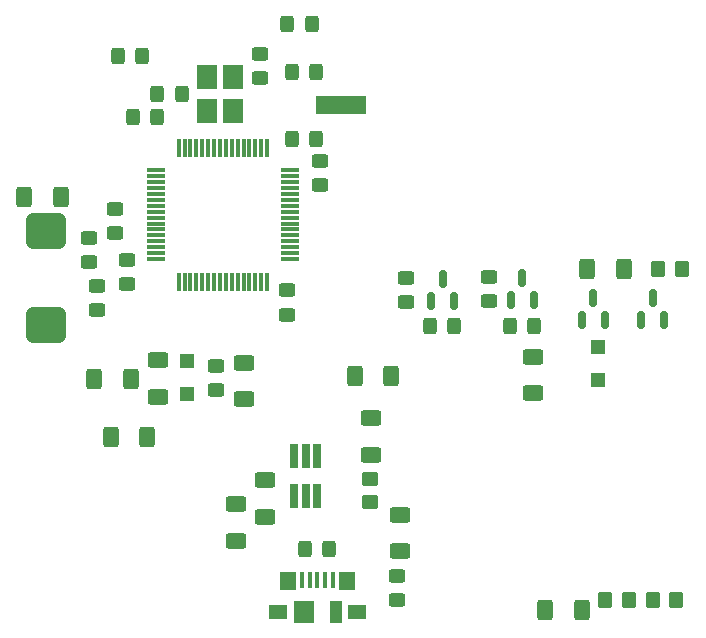
<source format=gbr>
%TF.GenerationSoftware,KiCad,Pcbnew,(6.0.7)*%
%TF.CreationDate,2023-01-25T23:34:06+01:00*%
%TF.ProjectId,TFT_RF_1.0,5446545f-5246-45f3-912e-302e6b696361,rev?*%
%TF.SameCoordinates,Original*%
%TF.FileFunction,Paste,Top*%
%TF.FilePolarity,Positive*%
%FSLAX46Y46*%
G04 Gerber Fmt 4.6, Leading zero omitted, Abs format (unit mm)*
G04 Created by KiCad (PCBNEW (6.0.7)) date 2023-01-25 23:34:06*
%MOMM*%
%LPD*%
G01*
G04 APERTURE LIST*
G04 Aperture macros list*
%AMRoundRect*
0 Rectangle with rounded corners*
0 $1 Rounding radius*
0 $2 $3 $4 $5 $6 $7 $8 $9 X,Y pos of 4 corners*
0 Add a 4 corners polygon primitive as box body*
4,1,4,$2,$3,$4,$5,$6,$7,$8,$9,$2,$3,0*
0 Add four circle primitives for the rounded corners*
1,1,$1+$1,$2,$3*
1,1,$1+$1,$4,$5*
1,1,$1+$1,$6,$7*
1,1,$1+$1,$8,$9*
0 Add four rect primitives between the rounded corners*
20,1,$1+$1,$2,$3,$4,$5,0*
20,1,$1+$1,$4,$5,$6,$7,0*
20,1,$1+$1,$6,$7,$8,$9,0*
20,1,$1+$1,$8,$9,$2,$3,0*%
G04 Aperture macros list end*
%ADD10RoundRect,0.250000X-0.325000X-0.450000X0.325000X-0.450000X0.325000X0.450000X-0.325000X0.450000X0*%
%ADD11RoundRect,0.250000X-0.450000X0.325000X-0.450000X-0.325000X0.450000X-0.325000X0.450000X0.325000X0*%
%ADD12R,1.200000X1.200000*%
%ADD13RoundRect,0.250000X-0.350000X-0.450000X0.350000X-0.450000X0.350000X0.450000X-0.350000X0.450000X0*%
%ADD14RoundRect,0.250000X-0.625000X0.400000X-0.625000X-0.400000X0.625000X-0.400000X0.625000X0.400000X0*%
%ADD15RoundRect,0.250000X0.450000X-0.325000X0.450000X0.325000X-0.450000X0.325000X-0.450000X-0.325000X0*%
%ADD16RoundRect,0.250000X0.450000X-0.350000X0.450000X0.350000X-0.450000X0.350000X-0.450000X-0.350000X0*%
%ADD17RoundRect,0.150000X0.150000X-0.587500X0.150000X0.587500X-0.150000X0.587500X-0.150000X-0.587500X0*%
%ADD18RoundRect,0.250000X0.325000X0.450000X-0.325000X0.450000X-0.325000X-0.450000X0.325000X-0.450000X0*%
%ADD19RoundRect,0.250000X0.625000X-0.400000X0.625000X0.400000X-0.625000X0.400000X-0.625000X-0.400000X0*%
%ADD20RoundRect,0.250000X0.400000X0.625000X-0.400000X0.625000X-0.400000X-0.625000X0.400000X-0.625000X0*%
%ADD21RoundRect,0.075000X-0.075000X0.700000X-0.075000X-0.700000X0.075000X-0.700000X0.075000X0.700000X0*%
%ADD22RoundRect,0.075000X-0.700000X0.075000X-0.700000X-0.075000X0.700000X-0.075000X0.700000X0.075000X0*%
%ADD23RoundRect,0.250000X-0.400000X-0.625000X0.400000X-0.625000X0.400000X0.625000X-0.400000X0.625000X0*%
%ADD24R,1.800000X2.100000*%
%ADD25R,0.650000X2.000000*%
%ADD26RoundRect,0.491802X1.183198X-1.008198X1.183198X1.008198X-1.183198X1.008198X-1.183198X-1.008198X0*%
%ADD27R,4.300000X1.500000*%
%ADD28R,0.450000X1.380000*%
%ADD29R,1.000000X1.900000*%
%ADD30R,1.425000X1.550000*%
%ADD31R,1.650000X1.300000*%
%ADD32R,1.800000X1.900000*%
%ADD33RoundRect,0.250000X0.350000X0.450000X-0.350000X0.450000X-0.350000X-0.450000X0.350000X-0.450000X0*%
G04 APERTURE END LIST*
D10*
%TO.C,C16*%
X43825000Y-12950000D03*
X45875000Y-12950000D03*
%TD*%
%TO.C,C15*%
X43825000Y-18550000D03*
X45875000Y-18550000D03*
%TD*%
D11*
%TO.C,C11*%
X26675000Y-26975000D03*
X26675000Y-29025000D03*
%TD*%
D12*
%TO.C,D4*%
X69750000Y-36225000D03*
X69750000Y-39025000D03*
%TD*%
D13*
%TO.C,D6*%
X74375000Y-57625000D03*
X76375000Y-57625000D03*
%TD*%
D11*
%TO.C,C6*%
X37375000Y-37825000D03*
X37375000Y-39875000D03*
%TD*%
D14*
%TO.C,R7*%
X39100000Y-49500000D03*
X39100000Y-52600000D03*
%TD*%
D15*
%TO.C,C13*%
X28825000Y-26525000D03*
X28825000Y-24475000D03*
%TD*%
D14*
%TO.C,R2*%
X32500000Y-37325000D03*
X32500000Y-40425000D03*
%TD*%
D10*
%TO.C,C14*%
X43460000Y-8820000D03*
X45510000Y-8820000D03*
%TD*%
D16*
%TO.C,D2*%
X50490000Y-49340000D03*
X50490000Y-47340000D03*
%TD*%
D11*
%TO.C,C9*%
X46200000Y-20450000D03*
X46200000Y-22500000D03*
%TD*%
D17*
%TO.C,Q1*%
X68425000Y-33937500D03*
X70325000Y-33937500D03*
X69375000Y-32062500D03*
%TD*%
D18*
%TO.C,C4*%
X64325000Y-34400000D03*
X62275000Y-34400000D03*
%TD*%
D17*
%TO.C,U2*%
X55650000Y-32287500D03*
X57550000Y-32287500D03*
X56600000Y-30412500D03*
%TD*%
D19*
%TO.C,R6*%
X41600000Y-50600000D03*
X41600000Y-47500000D03*
%TD*%
D20*
%TO.C,R10*%
X52250000Y-38625000D03*
X49150000Y-38625000D03*
%TD*%
D15*
%TO.C,C12*%
X29900000Y-30900000D03*
X29900000Y-28850000D03*
%TD*%
D21*
%TO.C,U1*%
X41750000Y-19325000D03*
X41250000Y-19325000D03*
X40750000Y-19325000D03*
X40250000Y-19325000D03*
X39750000Y-19325000D03*
X39250000Y-19325000D03*
X38750000Y-19325000D03*
X38250000Y-19325000D03*
X37750000Y-19325000D03*
X37250000Y-19325000D03*
X36750000Y-19325000D03*
X36250000Y-19325000D03*
X35750000Y-19325000D03*
X35250000Y-19325000D03*
X34750000Y-19325000D03*
X34250000Y-19325000D03*
D22*
X32325000Y-21250000D03*
X32325000Y-21750000D03*
X32325000Y-22250000D03*
X32325000Y-22750000D03*
X32325000Y-23250000D03*
X32325000Y-23750000D03*
X32325000Y-24250000D03*
X32325000Y-24750000D03*
X32325000Y-25250000D03*
X32325000Y-25750000D03*
X32325000Y-26250000D03*
X32325000Y-26750000D03*
X32325000Y-27250000D03*
X32325000Y-27750000D03*
X32325000Y-28250000D03*
X32325000Y-28750000D03*
D21*
X34250000Y-30675000D03*
X34750000Y-30675000D03*
X35250000Y-30675000D03*
X35750000Y-30675000D03*
X36250000Y-30675000D03*
X36750000Y-30675000D03*
X37250000Y-30675000D03*
X37750000Y-30675000D03*
X38250000Y-30675000D03*
X38750000Y-30675000D03*
X39250000Y-30675000D03*
X39750000Y-30675000D03*
X40250000Y-30675000D03*
X40750000Y-30675000D03*
X41250000Y-30675000D03*
X41750000Y-30675000D03*
D22*
X43675000Y-28750000D03*
X43675000Y-28250000D03*
X43675000Y-27750000D03*
X43675000Y-27250000D03*
X43675000Y-26750000D03*
X43675000Y-26250000D03*
X43675000Y-25750000D03*
X43675000Y-25250000D03*
X43675000Y-24750000D03*
X43675000Y-24250000D03*
X43675000Y-23750000D03*
X43675000Y-23250000D03*
X43675000Y-22750000D03*
X43675000Y-22250000D03*
X43675000Y-21750000D03*
X43675000Y-21250000D03*
%TD*%
D13*
%TO.C,D1*%
X74875000Y-29575000D03*
X76875000Y-29575000D03*
%TD*%
D18*
%TO.C,C3*%
X57550000Y-34400000D03*
X55500000Y-34400000D03*
%TD*%
D10*
%TO.C,C20*%
X44950000Y-53300000D03*
X47000000Y-53300000D03*
%TD*%
D11*
%TO.C,C10*%
X43450000Y-31400000D03*
X43450000Y-33450000D03*
%TD*%
D23*
%TO.C,R8*%
X21200000Y-23500000D03*
X24300000Y-23500000D03*
%TD*%
D10*
%TO.C,C5*%
X29080000Y-11530000D03*
X31130000Y-11530000D03*
%TD*%
D24*
%TO.C,Y2*%
X36620000Y-13330000D03*
X36620000Y-16230000D03*
X38820000Y-16230000D03*
X38820000Y-13330000D03*
%TD*%
D10*
%TO.C,C8*%
X30350000Y-16750000D03*
X32400000Y-16750000D03*
%TD*%
D14*
%TO.C,R5*%
X50540000Y-42240000D03*
X50540000Y-45340000D03*
%TD*%
%TO.C,R13*%
X53000000Y-50400000D03*
X53000000Y-53500000D03*
%TD*%
D25*
%TO.C,U5*%
X45950000Y-45390000D03*
X45000000Y-45390000D03*
X44050000Y-45390000D03*
X44050000Y-48810000D03*
X45000000Y-48810000D03*
X45950000Y-48810000D03*
%TD*%
D17*
%TO.C,U3*%
X62400000Y-32237500D03*
X64300000Y-32237500D03*
X63350000Y-30362500D03*
%TD*%
D11*
%TO.C,C2*%
X60550000Y-30275000D03*
X60550000Y-32325000D03*
%TD*%
D18*
%TO.C,C18*%
X34500000Y-14750000D03*
X32450000Y-14750000D03*
%TD*%
D19*
%TO.C,R9*%
X39750000Y-40625000D03*
X39750000Y-37525000D03*
%TD*%
D12*
%TO.C,D3*%
X35000000Y-37375000D03*
X35000000Y-40175000D03*
%TD*%
D26*
%TO.C,FB1*%
X23005000Y-34375000D03*
X23005000Y-26375000D03*
%TD*%
D27*
%TO.C,Y1*%
X48025000Y-15750000D03*
%TD*%
D17*
%TO.C,Q2*%
X73425000Y-33937500D03*
X75325000Y-33937500D03*
X74375000Y-32062500D03*
%TD*%
D28*
%TO.C,J2*%
X44700000Y-55940000D03*
X45350000Y-55940000D03*
X46000000Y-55940000D03*
X46650000Y-55940000D03*
X47300000Y-55940000D03*
D29*
X47550000Y-58600000D03*
D30*
X43512500Y-56025000D03*
D31*
X49375000Y-58600000D03*
D30*
X48487500Y-56025000D03*
D32*
X44850000Y-58600000D03*
D31*
X42625000Y-58600000D03*
%TD*%
D11*
%TO.C,C1*%
X53500000Y-30350000D03*
X53500000Y-32400000D03*
%TD*%
D15*
%TO.C,C7*%
X27300000Y-33050000D03*
X27300000Y-31000000D03*
%TD*%
D23*
%TO.C,R3*%
X27080000Y-38900000D03*
X30180000Y-38900000D03*
%TD*%
D20*
%TO.C,R1*%
X71925000Y-29625000D03*
X68825000Y-29625000D03*
%TD*%
D23*
%TO.C,R12*%
X65275000Y-58500000D03*
X68375000Y-58500000D03*
%TD*%
D11*
%TO.C,C19*%
X52700000Y-55550000D03*
X52700000Y-57600000D03*
%TD*%
%TO.C,C17*%
X41160000Y-11415000D03*
X41160000Y-13465000D03*
%TD*%
D20*
%TO.C,R4*%
X31600000Y-43800000D03*
X28500000Y-43800000D03*
%TD*%
D14*
%TO.C,R11*%
X64250000Y-37025000D03*
X64250000Y-40125000D03*
%TD*%
D33*
%TO.C,D5*%
X72375000Y-57625000D03*
X70375000Y-57625000D03*
%TD*%
M02*

</source>
